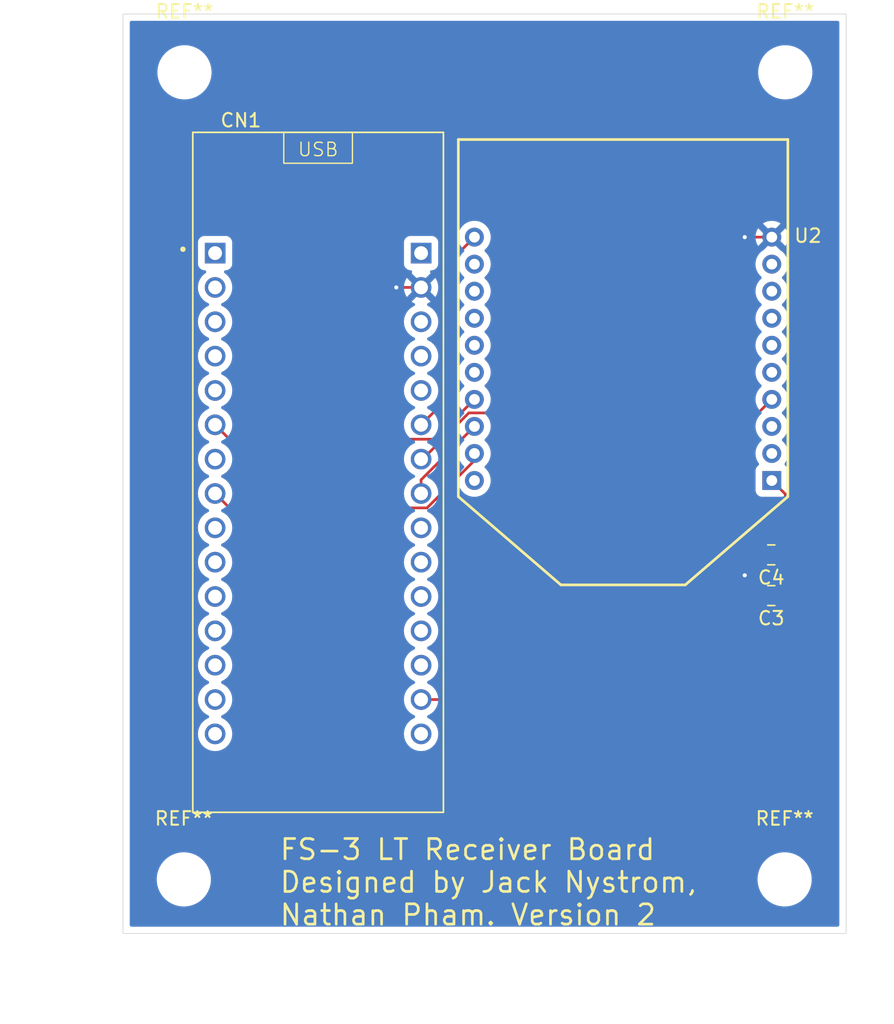
<source format=kicad_pcb>
(kicad_pcb (version 20240108) (generator "pcbnew") (generator_version "8.0")
  (layers (0 "F.Cu" signal) (31 "B.Cu" signal) (34 "B.Paste" user) (35 "F.Paste" user) (36 "B.SilkS" user "B.Silkscreen") (37 "F.SilkS" user "F.Silkscreen") (38 "B.Mask" user) (39 "F.Mask" user) (44 "Edge.Cuts" user))
  (net 0 "")
  (net 1 "GND")
  (net 2 "+3V3")
  (net 6 "/IMU_SCL")
  (net 7 "/Radio_SS")
  (net 10 "/Radio_MISO")
  (net 12 "/Radio_MOSI")
  (net 22 "/Radio_ATTN")
  (net 23 "/Radio_SCK")
  (net 40 "/Radio_Reset")
  (footprint "MountingHole:MountingHole_3.5mm" (layer "F.Cu") (at 64 104)
    (property "Reference" "REF**" (at 0 -4.5 0) (layer "F.SilkS"))
    (property "Value" "MountingHole_3.5mm")
    (pad "" np_thru_hole circle (at 0 0) (size 3.5 3.5) (drill 3.5) (layers "*.Cu" "*.Mask"))
  )
  (footprint "FS_3_Global_Footprint_Library:XBP9B-DPST-001" (layer "F.Cu") (at 96.5 65.75 180)
    (property "Reference" "U2" (at -13.67664 9.3535 0) (layer "F.SilkS") (effects (font (size 1.003055 1.003055))))
    (property "Value" "XBP9B-DPST-001")
    (fp_line (start 12.19 16.47) (end -12.19 16.47) (stroke (width 0.2)) (layer "F.SilkS"))
    (fp_line (start 12.19 -9.94) (end 12.19 16.47) (stroke (width 0.2)) (layer "F.SilkS"))
    (fp_line (start 12.19 -9.94) (end 4.6 -16.47) (stroke (width 0.2)) (layer "F.SilkS"))
    (fp_line (start -4.6 -16.47) (end 4.6 -16.47) (stroke (width 0.2)) (layer "F.SilkS"))
    (fp_line (start -12.19 16.47) (end -12.19 -9.94) (stroke (width 0.2)) (layer "F.SilkS"))
    (fp_line (start -12.19 -9.94) (end -4.6 -16.47) (stroke (width 0.2)) (layer "F.SilkS"))
    (pad "1" thru_hole rect (at -11 -8.75 180) (size 1.4 1.4) (drill 0.8) (layers "*.Cu" "*.Mask") (net 2 "+3V3"))
    (pad "2" thru_hole circle (at -11 -6.75 180) (size 1.4 1.4) (drill 0.8) (layers "*.Cu" "*.Mask"))
    (pad "3" thru_hole circle (at -11 -4.75 180) (size 1.4 1.4) (drill 0.8) (layers "*.Cu" "*.Mask"))
    (pad "4" thru_hole circle (at -11 -2.75 180) (size 1.4 1.4) (drill 0.8) (layers "*.Cu" "*.Mask") (net 10 "/Radio_MISO"))
    (pad "5" thru_hole circle (at -11 -0.75 180) (size 1.4 1.4) (drill 0.8) (layers "*.Cu" "*.Mask") (net 40 "/Radio_Reset"))
    (pad "6" thru_hole circle (at -11 1.25 180) (size 1.4 1.4) (drill 0.8) (layers "*.Cu" "*.Mask"))
    (pad "7" thru_hole circle (at -11 3.25 180) (size 1.4 1.4) (drill 0.8) (layers "*.Cu" "*.Mask"))
    (pad "8" thru_hole circle (at -11 5.25 180) (size 1.4 1.4) (drill 0.8) (layers "*.Cu" "*.Mask"))
    (pad "9" thru_hole circle (at -11 7.25 180) (size 1.4 1.4) (drill 0.8) (layers "*.Cu" "*.Mask"))
    (pad "10" thru_hole circle (at -11 9.25 180) (size 1.4 1.4) (drill 0.8) (layers "*.Cu" "*.Mask") (net 1 "GND"))
    (pad "11" thru_hole circle (at 11 9.25 180) (size 1.4 1.4) (drill 0.8) (layers "*.Cu" "*.Mask") (net 12 "/Radio_MOSI"))
    (pad "12" thru_hole circle (at 11 7.25 180) (size 1.4 1.4) (drill 0.8) (layers "*.Cu" "*.Mask"))
    (pad "13" thru_hole circle (at 11 5.25 180) (size 1.4 1.4) (drill 0.8) (layers "*.Cu" "*.Mask"))
    (pad "14" thru_hole circle (at 11 3.25 180) (size 1.4 1.4) (drill 0.8) (layers "*.Cu" "*.Mask"))
    (pad "15" thru_hole circle (at 11 1.25 180) (size 1.4 1.4) (drill 0.8) (layers "*.Cu" "*.Mask"))
    (pad "16" thru_hole circle (at 11 -0.75 180) (size 1.4 1.4) (drill 0.8) (layers "*.Cu" "*.Mask"))
    (pad "17" thru_hole circle (at 11 -2.75 180) (size 1.4 1.4) (drill 0.8) (layers "*.Cu" "*.Mask") (net 7 "/Radio_SS"))
    (pad "18" thru_hole circle (at 11 -4.75 180) (size 1.4 1.4) (drill 0.8) (layers "*.Cu" "*.Mask") (net 23 "/Radio_SCK"))
    (pad "19" thru_hole circle (at 11 -6.75 180) (size 1.4 1.4) (drill 0.8) (layers "*.Cu" "*.Mask") (net 22 "/Radio_ATTN"))
    (pad "20" thru_hole circle (at 11 -8.75 180) (size 1.4 1.4) (drill 0.8) (layers "*.Cu" "*.Mask"))
  )
  (footprint "MountingHole:MountingHole_3.5mm" (layer "F.Cu") (at 108.5 44.31)
    (property "Reference" "REF**" (at 0 -4.5 0) (layer "F.SilkS"))
    (property "Value" "MountingHole_3.5mm")
    (pad "" np_thru_hole circle (at 0 0) (size 3.5 3.5) (drill 3.5) (layers "*.Cu" "*.Mask"))
  )
  (footprint "Capacitor_SMD:C_0805_2012Metric_Pad1.18x1.45mm_HandSolder" (layer "F.Cu") (at 107.4625 80 180)
    (property "Reference" "C4" (at 0 -1.68 0) (layer "F.SilkS"))
    (property "Value" "47 pF")
    (fp_line (start -0.261252 0.735) (end 0.261252 0.735) (stroke (width 0.12)) (layer "F.SilkS"))
    (fp_line (start -0.261252 -0.735) (end 0.261252 -0.735) (stroke (width 0.12)) (layer "F.SilkS"))
    (pad "1" smd roundrect (at -1.0375 0 180) (size 1.175 1.45) (layers "F.Cu" "F.Paste" "F.Mask") (roundrect_rratio 0.212766) (net 2 "+3V3"))
    (pad "2" smd roundrect (at 1.0375 0 180) (size 1.175 1.45) (layers "F.Cu" "F.Paste" "F.Mask") (roundrect_rratio 0.212766) (net 1 "GND"))
  )
  (footprint "MountingHole:MountingHole_3.5mm" (layer "F.Cu") (at 64.05 44.31)
    (property "Reference" "REF**" (at 0 -4.5 0) (layer "F.SilkS"))
    (property "Value" "MountingHole_3.5mm")
    (pad "" np_thru_hole circle (at 0 0) (size 3.5 3.5) (drill 3.5) (layers "*.Cu" "*.Mask"))
  )
  (footprint "FS_3_Global_Footprint_Library:NUCLEO-L432KC" (layer "F.Cu") (at 73.935 73.895)
    (property "Reference" "CN1" (at -5.715 -26.035 0) (layer "F.SilkS"))
    (property "Value" "NUCLEO-L432KC")
    (fp_line (start -9.27 -25.145) (end 9.27 -25.145) (stroke (width 0.127)) (layer "F.SilkS"))
    (fp_line (start -9.27 25.145) (end -9.27 -25.145) (stroke (width 0.127)) (layer "F.SilkS"))
    (fp_line (start 9.27 -25.145) (end 9.27 25.145) (stroke (width 0.127)) (layer "F.SilkS"))
    (fp_line (start 9.27 25.145) (end -9.27 25.145) (stroke (width 0.127)) (layer "F.SilkS"))
    (fp_rect (start -2.54 -25.146) (end 2.54 -22.86) (stroke (width 0.1)) (fill none) (layer "F.SilkS"))
    (fp_circle (center -10 -16.5) (end -9.9 -16.5) (stroke (width 0.2)) (fill none) (layer "F.SilkS"))
    (fp_text user "USB" (at 0 -23.876 0) (layer "F.SilkS") (effects (font (thickness 0.1))))
    (pad "CN3_1" thru_hole rect (at -7.62 -16.215) (size 1.53 1.53) (drill 1.02) (layers "*.Cu" "*.Mask"))
    (pad "CN3_2" thru_hole circle (at -7.62 -13.675) (size 1.53 1.53) (drill 1.02) (layers "*.Cu" "*.Mask"))
    (pad "CN3_3" thru_hole circle (at -7.62 -11.135) (size 1.53 1.53) (drill 1.02) (layers "*.Cu" "*.Mask"))
    (pad "CN3_4" thru_hole circle (at -7.62 -8.595) (size 1.53 1.53) (drill 1.02) (layers "*.Cu" "*.Mask"))
    (pad "CN3_5" thru_hole circle (at -7.62 -6.055) (size 1.53 1.53) (drill 1.02) (layers "*.Cu" "*.Mask"))
    (pad "CN3_6" thru_hole circle (at -7.62 -3.515) (size 1.53 1.53) (drill 1.02) (layers "*.Cu" "*.Mask") (net 7 "/Radio_SS"))
    (pad "CN3_7" thru_hole circle (at -7.62 -0.975) (size 1.53 1.53) (drill 1.02) (layers "*.Cu" "*.Mask"))
    (pad "CN3_8" thru_hole circle (at -7.62 1.565) (size 1.53 1.53) (drill 1.02) (layers "*.Cu" "*.Mask") (net 22 "/Radio_ATTN"))
    (pad "CN3_9" thru_hole circle (at -7.62 4.105) (size 1.53 1.53) (drill 1.02) (layers "*.Cu" "*.Mask"))
    (pad "CN3_10" thru_hole circle (at -7.62 6.645) (size 1.53 1.53) (drill 1.02) (layers "*.Cu" "*.Mask"))
    (pad "CN3_11" thru_hole circle (at -7.62 9.185) (size 1.53 1.53) (drill 1.02) (layers "*.Cu" "*.Mask"))
    (pad "CN3_12" thru_hole circle (at -7.62 11.725) (size 1.53 1.53) (drill 1.02) (layers "*.Cu" "*.Mask"))
    (pad "CN3_13" thru_hole circle (at -7.62 14.265) (size 1.53 1.53) (drill 1.02) (layers "*.Cu" "*.Mask"))
    (pad "CN3_14" thru_hole circle (at -7.62 16.805) (size 1.53 1.53) (drill 1.02) (layers "*.Cu" "*.Mask"))
    (pad "CN3_15" thru_hole circle (at -7.62 19.345) (size 1.53 1.53) (drill 1.02) (layers "*.Cu" "*.Mask"))
    (pad "CN4_1" thru_hole rect (at 7.62 -16.215) (size 1.53 1.53) (drill 1.02) (layers "*.Cu" "*.Mask"))
    (pad "CN4_2" thru_hole circle (at 7.62 -13.675) (size 1.53 1.53) (drill 1.02) (layers "*.Cu" "*.Mask") (net 1 "GND"))
    (pad "CN4_3" thru_hole circle (at 7.62 -11.135) (size 1.53 1.53) (drill 1.02) (layers "*.Cu" "*.Mask"))
    (pad "CN4_4" thru_hole circle (at 7.62 -8.595) (size 1.53 1.53) (drill 1.02) (layers "*.Cu" "*.Mask"))
    (pad "CN4_5" thru_hole circle (at 7.62 -6.055) (size 1.53 1.53) (drill 1.02) (layers "*.Cu" "*.Mask"))
    (pad "CN4_6" thru_hole circle (at 7.62 -3.515) (size 1.53 1.53) (drill 1.02) (layers "*.Cu" "*.Mask") (net 12 "/Radio_MOSI"))
    (pad "CN4_7" thru_hole circle (at 7.62 -0.975) (size 1.53 1.53) (drill 1.02) (layers "*.Cu" "*.Mask") (net 10 "/Radio_MISO"))
    (pad "CN4_8" thru_hole circle (at 7.62 1.565) (size 1.53 1.53) (drill 1.02) (layers "*.Cu" "*.Mask") (net 23 "/Radio_SCK"))
    (pad "CN4_9" thru_hole circle (at 7.62 4.105) (size 1.53 1.53) (drill 1.02) (layers "*.Cu" "*.Mask"))
    (pad "CN4_10" thru_hole circle (at 7.62 6.645) (size 1.53 1.53) (drill 1.02) (layers "*.Cu" "*.Mask"))
    (pad "CN4_11" thru_hole circle (at 7.62 9.185) (size 1.53 1.53) (drill 1.02) (layers "*.Cu" "*.Mask") (net 6 "/IMU_SCL"))
    (pad "CN4_12" thru_hole circle (at 7.62 11.725) (size 1.53 1.53) (drill 1.02) (layers "*.Cu" "*.Mask"))
    (pad "CN4_13" thru_hole circle (at 7.62 14.265) (size 1.53 1.53) (drill 1.02) (layers "*.Cu" "*.Mask"))
    (pad "CN4_14" thru_hole circle (at 7.62 16.805) (size 1.53 1.53) (drill 1.02) (layers "*.Cu" "*.Mask") (net 2 "+3V3"))
    (pad "CN4_15" thru_hole circle (at 7.62 19.345) (size 1.53 1.53) (drill 1.02) (layers "*.Cu" "*.Mask"))
  )
  (footprint "MountingHole:MountingHole_3.5mm" (layer "F.Cu") (at 108.45 104)
    (property "Reference" "REF**" (at 0 -4.5 0) (layer "F.SilkS"))
    (property "Value" "MountingHole_3.5mm")
    (pad "" np_thru_hole circle (at 0 0) (size 3.5 3.5) (drill 3.5) (layers "*.Cu" "*.Mask"))
  )
  (footprint "Capacitor_SMD:C_0805_2012Metric_Pad1.18x1.45mm_HandSolder" (layer "F.Cu") (at 107.4625 83.01 180)
    (property "Reference" "C3" (at 0 -1.68 0) (layer "F.SilkS"))
    (property "Value" "1.0 uF")
    (fp_line (start -0.261252 0.735) (end 0.261252 0.735) (stroke (width 0.12)) (layer "F.SilkS"))
    (fp_line (start -0.261252 -0.735) (end 0.261252 -0.735) (stroke (width 0.12)) (layer "F.SilkS"))
    (pad "1" smd roundrect (at -1.0375 0 180) (size 1.175 1.45) (layers "F.Cu" "F.Paste" "F.Mask") (roundrect_rratio 0.212766) (net 2 "+3V3"))
    (pad "2" smd roundrect (at 1.0375 0 180) (size 1.175 1.45) (layers "F.Cu" "F.Paste" "F.Mask") (roundrect_rratio 0.212766) (net 1 "GND"))
  )
  (gr_rect (start 59.5 40) (end 113 108) (stroke (width 0.05)) (fill none) (layer "Edge.Cuts"))
  (gr_text "FS-3 LT Receiver Board\nDesigned by Jack Nystrom,\nNathan Pham. Version 2" (at 71 107.5 0) (layer "F.SilkS") (effects (font (size 1.5 1.5) (thickness 0.2) (bold yes)) (justify left bottom)))
  (segment (start 106.425 81.51) (end 106.425 83.01) (width 0.2) (layer "F.Cu") (net 1))
  (segment (start 106.425 81.51) (end 105.5 81.51) (width 0.2) (layer "F.Cu") (net 1))
  (segment (start 107.5 56.5) (end 105.5 56.5) (width 0.2) (layer "F.Cu") (net 1))
  (segment (start 79.72 60.22) (end 81.555 60.22) (width 0.2) (layer "F.Cu") (net 1))
  (segment (start 106.425 80) (end 106.425 81.51) (width 0.2) (layer "F.Cu") (net 1))
  (via (at 105.5 56.5) (size 0.6) (drill 0.3) (layers "F.Cu" "B.Cu") (net 1))
  (via (at 105.5 81.51) (size 0.6) (drill 0.3) (layers "F.Cu" "B.Cu") (net 1))
  (via (at 79.72 60.22) (size 0.6) (drill 0.3) (layers "F.Cu" "B.Cu") (net 1))
  (segment (start 101.8 89.71) (end 108.5 83.01) (width 0.2) (layer "F.Cu") (net 2))
  (segment (start 81.555 90.7) (end 100.8 90.7) (width 0.2) (layer "F.Cu") (net 2))
  (segment (start 101.79 89.71) (end 100.8 90.7) (width 0.2) (layer "F.Cu") (net 2))
  (segment (start 108.5 80) (end 108.5 83.01) (width 0.2) (layer "F.Cu") (net 2))
  (segment (start 108.5 75.5) (end 107.5 74.5) (width 0.2) (layer "F.Cu") (net 2))
  (segment (start 101.8 89.71) (end 101.79 89.71) (width 0.2) (layer "F.Cu") (net 2))
  (segment (start 108.5 80) (end 108.5 75.5) (width 0.2) (layer "F.Cu") (net 2))
  (segment (start 85.5 68.5) (end 82.555 71.445) (width 0.2) (layer "F.Cu") (net 7))
  (segment (start 82.555 71.445) (end 70.055 71.445) (width 0.2) (layer "F.Cu") (net 7))
  (segment (start 67.435 71.5) (end 66.315 70.38) (width 0.2) (layer "F.Cu") (net 7))
  (segment (start 70.055 71.445) (end 70 71.5) (width 0.2) (layer "F.Cu") (net 7))
  (segment (start 70 71.5) (end 67.435 71.5) (width 0.2) (layer "F.Cu") (net 7))
  (segment (start 85.085786 69.5) (end 106.5 69.5) (width 0.2) (layer "F.Cu") (net 10))
  (segment (start 81.665786 72.92) (end 85.085786 69.5) (width 0.2) (layer "F.Cu") (net 10))
  (segment (start 81.555 72.92) (end 81.665786 72.92) (width 0.2) (layer "F.Cu") (net 10))
  (segment (start 106.5 69.5) (end 107.5 68.5) (width 0.2) (layer "F.Cu") (net 10))
  (segment (start 83.435 68.5) (end 83.5 68.5) (width 0.2) (layer "F.Cu") (net 12))
  (segment (start 83.5 68.5) (end 83.5 58.5) (width 0.2) (layer "F.Cu") (net 12))
  (segment (start 83.5 58.5) (end 85.5 56.5) (width 0.2) (layer "F.Cu") (net 12))
  (segment (start 81.555 70.38) (end 83.435 68.5) (width 0.2) (layer "F.Cu") (net 12))
  (segment (start 67.38 76.525) (end 66.315 75.46) (width 0.2) (layer "F.Cu") (net 22))
  (segment (start 85.5 73.021138) (end 81.996138 76.525) (width 0.2) (layer "F.Cu") (net 22))
  (segment (start 81.996138 76.525) (end 67.38 76.525) (width 0.2) (layer "F.Cu") (net 22))
  (segment (start 85.5 72.5) (end 85.5 73.021138) (width 0.2) (layer "F.Cu") (net 22))
  (segment (start 85.5 70.5) (end 81.555 74.445) (width 0.2) (layer "F.Cu") (net 23))
  (segment (start 81.555 74.445) (end 81.555 75.46) (width 0.2) (layer "F.Cu") (net 23))
  (zone (net 1) (net_name "GND") (layer "B.Cu") (connect_pads (clearance 0.5)) (min_thickness 0.25) (fill yes (thermal_gap 0.5) (thermal_bridge_width 0.5))
    (polygon (pts (xy 59.5 40) (xy 59.5 108) (xy 113 108) (xy 113 40)))
  )
)
</source>
